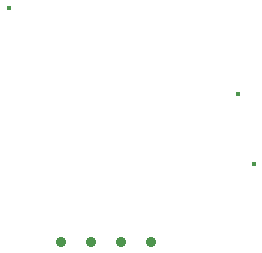
<source format=gbr>
%FSDAX33Y33*%
%MOMM*%
%SFA1B1*%

%IPPOS*%
%ADD9500C,0.399999*%
%ADD9501C,0.900001*%
%LNdrill-1*%
%LPD*%
G54D9501*
X070235Y028351D03*
X072775D03*
X075315D03*
X077855D03*
G54D9500*
X065825Y048101D03*
X085275Y040851D03*
X086575Y034951D03*
M02*
</source>
